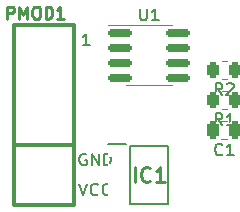
<source format=gto>
%TF.GenerationSoftware,KiCad,Pcbnew,(6.0.5)*%
%TF.CreationDate,2022-05-30T11:24:42-06:00*%
%TF.ProjectId,PMOD_MEM,504d4f44-5f4d-4454-9d2e-6b696361645f,rev?*%
%TF.SameCoordinates,Original*%
%TF.FileFunction,Legend,Top*%
%TF.FilePolarity,Positive*%
%FSLAX46Y46*%
G04 Gerber Fmt 4.6, Leading zero omitted, Abs format (unit mm)*
G04 Created by KiCad (PCBNEW (6.0.5)) date 2022-05-30 11:24:42*
%MOMM*%
%LPD*%
G01*
G04 APERTURE LIST*
G04 Aperture macros list*
%AMRoundRect*
0 Rectangle with rounded corners*
0 $1 Rounding radius*
0 $2 $3 $4 $5 $6 $7 $8 $9 X,Y pos of 4 corners*
0 Add a 4 corners polygon primitive as box body*
4,1,4,$2,$3,$4,$5,$6,$7,$8,$9,$2,$3,0*
0 Add four circle primitives for the rounded corners*
1,1,$1+$1,$2,$3*
1,1,$1+$1,$4,$5*
1,1,$1+$1,$6,$7*
1,1,$1+$1,$8,$9*
0 Add four rect primitives between the rounded corners*
20,1,$1+$1,$2,$3,$4,$5,0*
20,1,$1+$1,$4,$5,$6,$7,0*
20,1,$1+$1,$6,$7,$8,$9,0*
20,1,$1+$1,$8,$9,$2,$3,0*%
G04 Aperture macros list end*
%ADD10C,0.254000*%
%ADD11C,0.150000*%
%ADD12C,0.304800*%
%ADD13C,0.120000*%
%ADD14C,0.200000*%
%ADD15R,1.524000X1.524000*%
%ADD16C,1.524000*%
%ADD17RoundRect,0.250000X0.262500X0.450000X-0.262500X0.450000X-0.262500X-0.450000X0.262500X-0.450000X0*%
%ADD18RoundRect,0.250000X0.250000X0.475000X-0.250000X0.475000X-0.250000X-0.475000X0.250000X-0.475000X0*%
%ADD19RoundRect,0.150000X-0.825000X-0.150000X0.825000X-0.150000X0.825000X0.150000X-0.825000X0.150000X0*%
%ADD20R,1.525000X0.700000*%
G04 APERTURE END LIST*
D10*
%TO.C,PMOD1*%
X98467333Y-98503619D02*
X98467333Y-97487619D01*
X98854380Y-97487619D01*
X98951142Y-97536000D01*
X98999523Y-97584380D01*
X99047904Y-97681142D01*
X99047904Y-97826285D01*
X98999523Y-97923047D01*
X98951142Y-97971428D01*
X98854380Y-98019809D01*
X98467333Y-98019809D01*
X99483333Y-98503619D02*
X99483333Y-97487619D01*
X99822000Y-98213333D01*
X100160666Y-97487619D01*
X100160666Y-98503619D01*
X100838000Y-97487619D02*
X101031523Y-97487619D01*
X101128285Y-97536000D01*
X101225047Y-97632761D01*
X101273428Y-97826285D01*
X101273428Y-98164952D01*
X101225047Y-98358476D01*
X101128285Y-98455238D01*
X101031523Y-98503619D01*
X100838000Y-98503619D01*
X100741238Y-98455238D01*
X100644476Y-98358476D01*
X100596095Y-98164952D01*
X100596095Y-97826285D01*
X100644476Y-97632761D01*
X100741238Y-97536000D01*
X100838000Y-97487619D01*
X101708857Y-98503619D02*
X101708857Y-97487619D01*
X101950761Y-97487619D01*
X102095904Y-97536000D01*
X102192666Y-97632761D01*
X102241047Y-97729523D01*
X102289428Y-97923047D01*
X102289428Y-98068190D01*
X102241047Y-98261714D01*
X102192666Y-98358476D01*
X102095904Y-98455238D01*
X101950761Y-98503619D01*
X101708857Y-98503619D01*
X103257047Y-98503619D02*
X102676476Y-98503619D01*
X102966761Y-98503619D02*
X102966761Y-97487619D01*
X102870000Y-97632761D01*
X102773238Y-97729523D01*
X102676476Y-97777904D01*
D11*
X104584666Y-112482380D02*
X104918000Y-113482380D01*
X105251333Y-112482380D01*
X106156095Y-113387142D02*
X106108476Y-113434761D01*
X105965619Y-113482380D01*
X105870380Y-113482380D01*
X105727523Y-113434761D01*
X105632285Y-113339523D01*
X105584666Y-113244285D01*
X105537047Y-113053809D01*
X105537047Y-112910952D01*
X105584666Y-112720476D01*
X105632285Y-112625238D01*
X105727523Y-112530000D01*
X105870380Y-112482380D01*
X105965619Y-112482380D01*
X106108476Y-112530000D01*
X106156095Y-112577619D01*
X107156095Y-113387142D02*
X107108476Y-113434761D01*
X106965619Y-113482380D01*
X106870380Y-113482380D01*
X106727523Y-113434761D01*
X106632285Y-113339523D01*
X106584666Y-113244285D01*
X106537047Y-113053809D01*
X106537047Y-112910952D01*
X106584666Y-112720476D01*
X106632285Y-112625238D01*
X106727523Y-112530000D01*
X106870380Y-112482380D01*
X106965619Y-112482380D01*
X107108476Y-112530000D01*
X107156095Y-112577619D01*
X105156095Y-109990000D02*
X105060857Y-109942380D01*
X104918000Y-109942380D01*
X104775142Y-109990000D01*
X104679904Y-110085238D01*
X104632285Y-110180476D01*
X104584666Y-110370952D01*
X104584666Y-110513809D01*
X104632285Y-110704285D01*
X104679904Y-110799523D01*
X104775142Y-110894761D01*
X104918000Y-110942380D01*
X105013238Y-110942380D01*
X105156095Y-110894761D01*
X105203714Y-110847142D01*
X105203714Y-110513809D01*
X105013238Y-110513809D01*
X105632285Y-110942380D02*
X105632285Y-109942380D01*
X106203714Y-110942380D01*
X106203714Y-109942380D01*
X106679904Y-110942380D02*
X106679904Y-109942380D01*
X106918000Y-109942380D01*
X107060857Y-109990000D01*
X107156095Y-110085238D01*
X107203714Y-110180476D01*
X107251333Y-110370952D01*
X107251333Y-110513809D01*
X107203714Y-110704285D01*
X107156095Y-110799523D01*
X107060857Y-110894761D01*
X106918000Y-110942380D01*
X106679904Y-110942380D01*
X105441714Y-100782380D02*
X104870285Y-100782380D01*
X105156000Y-100782380D02*
X105156000Y-99782380D01*
X105060761Y-99925238D01*
X104965523Y-100020476D01*
X104870285Y-100068095D01*
%TO.C,R2*%
X116673333Y-104972380D02*
X116340000Y-104496190D01*
X116101904Y-104972380D02*
X116101904Y-103972380D01*
X116482857Y-103972380D01*
X116578095Y-104020000D01*
X116625714Y-104067619D01*
X116673333Y-104162857D01*
X116673333Y-104305714D01*
X116625714Y-104400952D01*
X116578095Y-104448571D01*
X116482857Y-104496190D01*
X116101904Y-104496190D01*
X117054285Y-104067619D02*
X117101904Y-104020000D01*
X117197142Y-103972380D01*
X117435238Y-103972380D01*
X117530476Y-104020000D01*
X117578095Y-104067619D01*
X117625714Y-104162857D01*
X117625714Y-104258095D01*
X117578095Y-104400952D01*
X117006666Y-104972380D01*
X117625714Y-104972380D01*
%TO.C,C1*%
X116673333Y-109987142D02*
X116625714Y-110034761D01*
X116482857Y-110082380D01*
X116387619Y-110082380D01*
X116244761Y-110034761D01*
X116149523Y-109939523D01*
X116101904Y-109844285D01*
X116054285Y-109653809D01*
X116054285Y-109510952D01*
X116101904Y-109320476D01*
X116149523Y-109225238D01*
X116244761Y-109130000D01*
X116387619Y-109082380D01*
X116482857Y-109082380D01*
X116625714Y-109130000D01*
X116673333Y-109177619D01*
X117625714Y-110082380D02*
X117054285Y-110082380D01*
X117340000Y-110082380D02*
X117340000Y-109082380D01*
X117244761Y-109225238D01*
X117149523Y-109320476D01*
X117054285Y-109368095D01*
%TO.C,R1*%
X116673333Y-107512380D02*
X116340000Y-107036190D01*
X116101904Y-107512380D02*
X116101904Y-106512380D01*
X116482857Y-106512380D01*
X116578095Y-106560000D01*
X116625714Y-106607619D01*
X116673333Y-106702857D01*
X116673333Y-106845714D01*
X116625714Y-106940952D01*
X116578095Y-106988571D01*
X116482857Y-107036190D01*
X116101904Y-107036190D01*
X117625714Y-107512380D02*
X117054285Y-107512380D01*
X117340000Y-107512380D02*
X117340000Y-106512380D01*
X117244761Y-106655238D01*
X117149523Y-106750476D01*
X117054285Y-106798095D01*
%TO.C,U1*%
X109728095Y-97652380D02*
X109728095Y-98461904D01*
X109775714Y-98557142D01*
X109823333Y-98604761D01*
X109918571Y-98652380D01*
X110109047Y-98652380D01*
X110204285Y-98604761D01*
X110251904Y-98557142D01*
X110299523Y-98461904D01*
X110299523Y-97652380D01*
X111299523Y-98652380D02*
X110728095Y-98652380D01*
X111013809Y-98652380D02*
X111013809Y-97652380D01*
X110918571Y-97795238D01*
X110823333Y-97890476D01*
X110728095Y-97938095D01*
D10*
%TO.C,IC1*%
X109250238Y-112334523D02*
X109250238Y-111064523D01*
X110580714Y-112213571D02*
X110520238Y-112274047D01*
X110338809Y-112334523D01*
X110217857Y-112334523D01*
X110036428Y-112274047D01*
X109915476Y-112153095D01*
X109855000Y-112032142D01*
X109794523Y-111790238D01*
X109794523Y-111608809D01*
X109855000Y-111366904D01*
X109915476Y-111245952D01*
X110036428Y-111125000D01*
X110217857Y-111064523D01*
X110338809Y-111064523D01*
X110520238Y-111125000D01*
X110580714Y-111185476D01*
X111790238Y-112334523D02*
X111064523Y-112334523D01*
X111427380Y-112334523D02*
X111427380Y-111064523D01*
X111306428Y-111245952D01*
X111185476Y-111366904D01*
X111064523Y-111427380D01*
D12*
%TO.C,PMOD1*%
X104140000Y-114300000D02*
X104140000Y-99060000D01*
X99060000Y-114300000D02*
X104140000Y-114300000D01*
X99060000Y-99060000D02*
X99060000Y-114300000D01*
X104140000Y-109220000D02*
X99060000Y-109220000D01*
X104140000Y-99060000D02*
X99060000Y-99060000D01*
D13*
%TO.C,R2*%
X117067064Y-103605000D02*
X116612936Y-103605000D01*
X117067064Y-102135000D02*
X116612936Y-102135000D01*
%TO.C,C1*%
X117101252Y-108685000D02*
X116578748Y-108685000D01*
X117101252Y-107215000D02*
X116578748Y-107215000D01*
%TO.C,R1*%
X117067064Y-106145000D02*
X116612936Y-106145000D01*
X117067064Y-104675000D02*
X116612936Y-104675000D01*
%TO.C,U1*%
X110490000Y-99040000D02*
X112440000Y-99040000D01*
X110490000Y-99040000D02*
X107040000Y-99040000D01*
X110490000Y-104160000D02*
X108540000Y-104160000D01*
X110490000Y-104160000D02*
X112440000Y-104160000D01*
D14*
%TO.C,IC1*%
X112090000Y-109310000D02*
X112090000Y-114210000D01*
X112090000Y-114210000D02*
X108890000Y-114210000D01*
X107015000Y-109155000D02*
X108540000Y-109155000D01*
X108890000Y-114210000D02*
X108890000Y-109310000D01*
X108890000Y-109310000D02*
X112090000Y-109310000D01*
%TD*%
D15*
%TO.C,PMOD1*%
X102870000Y-100330000D03*
D16*
X102870000Y-102870000D03*
X102870000Y-105410000D03*
X102870000Y-107950000D03*
X102870000Y-110490000D03*
X102870000Y-113030000D03*
X100330000Y-100330000D03*
X100330000Y-102870000D03*
X100330000Y-105410000D03*
X100330000Y-107950000D03*
X100330000Y-110490000D03*
X100330000Y-113030000D03*
%TD*%
%LPC*%
D15*
%TO.C,PMOD1*%
X102870000Y-100330000D03*
D16*
X102870000Y-102870000D03*
X102870000Y-105410000D03*
X102870000Y-107950000D03*
X102870000Y-110490000D03*
X102870000Y-113030000D03*
X100330000Y-100330000D03*
X100330000Y-102870000D03*
X100330000Y-105410000D03*
X100330000Y-107950000D03*
X100330000Y-110490000D03*
X100330000Y-113030000D03*
%TD*%
D17*
%TO.C,R2*%
X117752500Y-102870000D03*
X115927500Y-102870000D03*
%TD*%
D18*
%TO.C,C1*%
X117790000Y-107950000D03*
X115890000Y-107950000D03*
%TD*%
D17*
%TO.C,R1*%
X117752500Y-105410000D03*
X115927500Y-105410000D03*
%TD*%
D19*
%TO.C,U1*%
X108015000Y-99695000D03*
X108015000Y-100965000D03*
X108015000Y-102235000D03*
X108015000Y-103505000D03*
X112965000Y-103505000D03*
X112965000Y-102235000D03*
X112965000Y-100965000D03*
X112965000Y-99695000D03*
%TD*%
D20*
%TO.C,IC1*%
X107778000Y-109855000D03*
X107778000Y-111125000D03*
X107778000Y-112395000D03*
X107778000Y-113665000D03*
X113202000Y-113665000D03*
X113202000Y-112395000D03*
X113202000Y-111125000D03*
X113202000Y-109855000D03*
%TD*%
M02*

</source>
